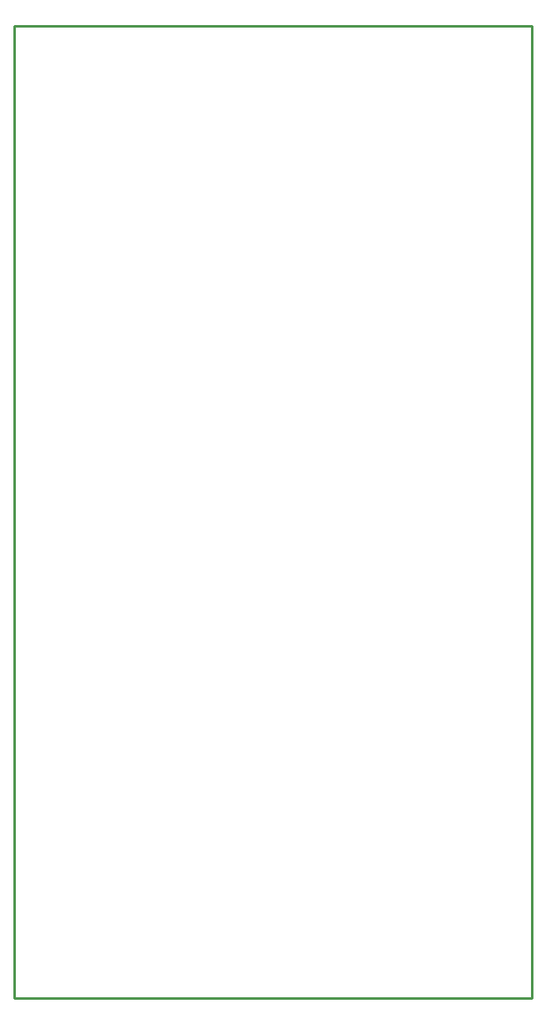
<source format=gko>
G04 Layer: BoardOutlineLayer*
G04 EasyEDA v6.5.47, 2024-10-11 02:17:36*
G04 14285fc0a42144bbae4d0c78d6d6beb8,143eb33344fd4f53ace86dd544093ce2,10*
G04 Gerber Generator version 0.2*
G04 Scale: 100 percent, Rotated: No, Reflected: No *
G04 Dimensions in millimeters *
G04 leading zeros omitted , absolute positions ,4 integer and 5 decimal *
%FSLAX45Y45*%
%MOMM*%

%ADD10C,0.2540*%
D10*
X5249923Y0D02*
G01*
X-2Y0D01*
X-2Y-9849865D01*
X5249923Y-9849865D01*
X5249923Y0D01*

%LPD*%
M02*

</source>
